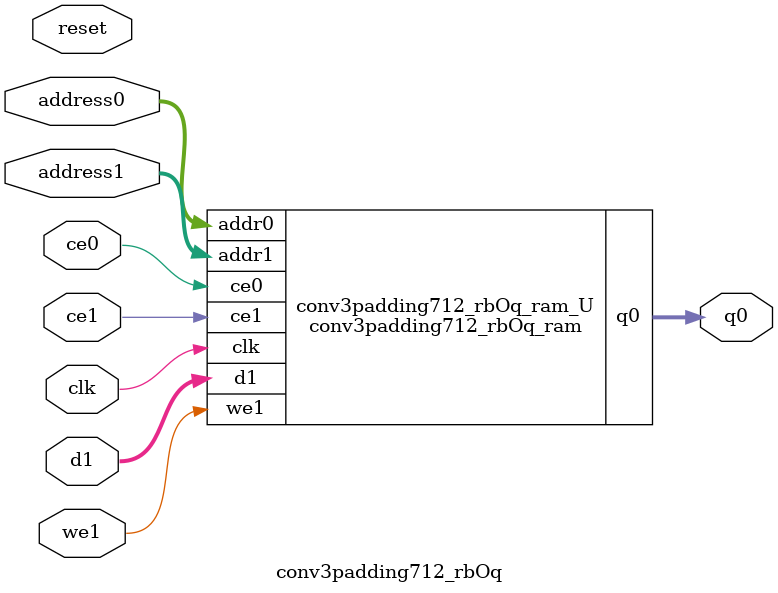
<source format=v>
`timescale 1 ns / 1 ps
module conv3padding712_rbOq_ram (addr0, ce0, q0, addr1, ce1, d1, we1,  clk);

parameter DWIDTH = 32;
parameter AWIDTH = 10;
parameter MEM_SIZE = 656;

input[AWIDTH-1:0] addr0;
input ce0;
output reg[DWIDTH-1:0] q0;
input[AWIDTH-1:0] addr1;
input ce1;
input[DWIDTH-1:0] d1;
input we1;
input clk;

(* ram_style = "block" *)reg [DWIDTH-1:0] ram[0:MEM_SIZE-1];




always @(posedge clk)  
begin 
    if (ce0) begin
        q0 <= ram[addr0];
    end
end


always @(posedge clk)  
begin 
    if (ce1) begin
        if (we1) 
            ram[addr1] <= d1; 
    end
end


endmodule

`timescale 1 ns / 1 ps
module conv3padding712_rbOq(
    reset,
    clk,
    address0,
    ce0,
    q0,
    address1,
    ce1,
    we1,
    d1);

parameter DataWidth = 32'd32;
parameter AddressRange = 32'd656;
parameter AddressWidth = 32'd10;
input reset;
input clk;
input[AddressWidth - 1:0] address0;
input ce0;
output[DataWidth - 1:0] q0;
input[AddressWidth - 1:0] address1;
input ce1;
input we1;
input[DataWidth - 1:0] d1;



conv3padding712_rbOq_ram conv3padding712_rbOq_ram_U(
    .clk( clk ),
    .addr0( address0 ),
    .ce0( ce0 ),
    .q0( q0 ),
    .addr1( address1 ),
    .ce1( ce1 ),
    .we1( we1 ),
    .d1( d1 ));

endmodule


</source>
